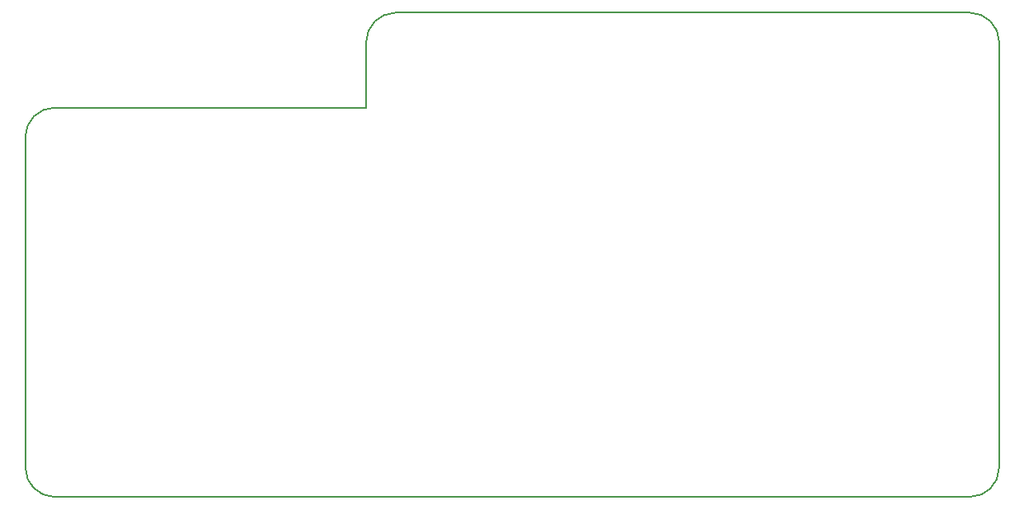
<source format=gbr>
%TF.GenerationSoftware,KiCad,Pcbnew,(6.0.1)*%
%TF.CreationDate,2022-02-16T19:40:38-05:00*%
%TF.ProjectId,expansion-board,65787061-6e73-4696-9f6e-2d626f617264,rev?*%
%TF.SameCoordinates,Original*%
%TF.FileFunction,Profile,NP*%
%FSLAX46Y46*%
G04 Gerber Fmt 4.6, Leading zero omitted, Abs format (unit mm)*
G04 Created by KiCad (PCBNEW (6.0.1)) date 2022-02-16 19:40:38*
%MOMM*%
%LPD*%
G01*
G04 APERTURE LIST*
%TA.AperFunction,Profile*%
%ADD10C,0.200000*%
%TD*%
G04 APERTURE END LIST*
D10*
X159750000Y-80550000D02*
X65750000Y-80550000D01*
X162750000Y-33800000D02*
G75*
G03*
X159750000Y-30800000I-3000001J-1D01*
G01*
X100750000Y-30800000D02*
X159750000Y-30800000D01*
X62750000Y-77550000D02*
G75*
G03*
X65750000Y-80550000I3000001J1D01*
G01*
X62750000Y-77550000D02*
X62750000Y-43550000D01*
X97750000Y-40550000D02*
X97750000Y-33800000D01*
X159750000Y-80550000D02*
G75*
G03*
X162750000Y-77550000I-1J3000001D01*
G01*
X65750000Y-40550000D02*
X97750000Y-40550000D01*
X65750000Y-40550000D02*
G75*
G03*
X62750000Y-43550000I1J-3000001D01*
G01*
X100750000Y-30800000D02*
G75*
G03*
X97750000Y-33800000I1J-3000001D01*
G01*
X162750000Y-33800000D02*
X162750000Y-77550000D01*
M02*

</source>
